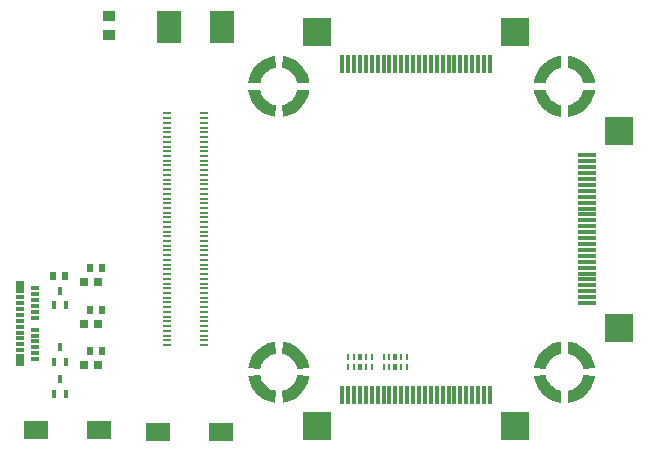
<source format=gtp>
G04*
G04 #@! TF.GenerationSoftware,Altium Limited,Altium Designer,20.0.13 (296)*
G04*
G04 Layer_Color=8421504*
%FSLAX44Y44*%
%MOMM*%
G71*
G01*
G75*
%ADD19R,0.5500X0.6500*%
%ADD20R,0.3000X0.7100*%
%ADD21R,0.7000X0.3000*%
%ADD22R,0.7000X1.0000*%
%ADD23R,2.4000X2.4000*%
%ADD24R,0.3000X1.6000*%
%ADD25R,2.4000X2.4000*%
%ADD26R,2.4000X2.4000*%
%ADD27R,1.6000X0.3000*%
%ADD28R,2.4000X2.4000*%
%ADD29R,0.7000X0.1800*%
G04:AMPARAMS|DCode=30|XSize=0.2mm|YSize=0.565mm|CornerRadius=0.05mm|HoleSize=0mm|Usage=FLASHONLY|Rotation=0.000|XOffset=0mm|YOffset=0mm|HoleType=Round|Shape=RoundedRectangle|*
%AMROUNDEDRECTD30*
21,1,0.2000,0.4650,0,0,0.0*
21,1,0.1000,0.5650,0,0,0.0*
1,1,0.1000,0.0500,-0.2325*
1,1,0.1000,-0.0500,-0.2325*
1,1,0.1000,-0.0500,0.2325*
1,1,0.1000,0.0500,0.2325*
%
%ADD30ROUNDEDRECTD30*%
G04:AMPARAMS|DCode=31|XSize=0.4mm|YSize=0.565mm|CornerRadius=0.05mm|HoleSize=0mm|Usage=FLASHONLY|Rotation=0.000|XOffset=0mm|YOffset=0mm|HoleType=Round|Shape=RoundedRectangle|*
%AMROUNDEDRECTD31*
21,1,0.4000,0.4650,0,0,0.0*
21,1,0.3000,0.5650,0,0,0.0*
1,1,0.1000,0.1500,-0.2325*
1,1,0.1000,-0.1500,-0.2325*
1,1,0.1000,-0.1500,0.2325*
1,1,0.1000,0.1500,0.2325*
%
%ADD31ROUNDEDRECTD31*%
%ADD32R,0.8000X0.8000*%
%ADD33R,2.1590X2.7430*%
%ADD34R,1.0000X0.9000*%
%ADD35R,2.0000X1.5000*%
G36*
X275831Y53194D02*
X276222Y63243D01*
X275028Y63501D01*
X272716Y64286D01*
X270551Y65413D01*
X268582Y66856D01*
X266856Y68582D01*
X265413Y70551D01*
X264286Y72716D01*
X263501Y75028D01*
X263243Y76222D01*
X263243D01*
X253194Y75831D01*
X253457Y73687D01*
X254684Y69544D01*
X256578Y65661D01*
X259088Y62143D01*
X262143Y59088D01*
X265661Y56578D01*
X269544Y54684D01*
X273687Y53457D01*
X275831Y53194D01*
X275831Y53194D01*
D02*
G37*
G36*
X253194Y82169D02*
X263243Y81778D01*
X263501Y82972D01*
X264286Y85284D01*
X265413Y87449D01*
X266856Y89418D01*
X268582Y91144D01*
X270551Y92587D01*
X272716Y93714D01*
X275028Y94499D01*
X276222Y94757D01*
D01*
X275831Y104806D01*
X273687Y104543D01*
X269544Y103316D01*
X265661Y101422D01*
X262143Y98912D01*
X259088Y95857D01*
X256578Y92339D01*
X254684Y88456D01*
X253457Y84313D01*
X253194Y82169D01*
X253194D01*
D02*
G37*
G36*
X304806Y75831D02*
X294757Y76222D01*
X294499Y75028D01*
X293714Y72716D01*
X292587Y70551D01*
X291144Y68582D01*
X289418Y66856D01*
X287449Y65413D01*
X285284Y64286D01*
X282972Y63501D01*
X281778Y63243D01*
X281778Y63243D01*
X282169Y53194D01*
X284313Y53457D01*
X288456Y54684D01*
X292339Y56578D01*
X295857Y59088D01*
X298912Y62143D01*
X301422Y65661D01*
X303316Y69544D01*
X304543Y73687D01*
X304806Y75831D01*
Y75831D01*
D02*
G37*
G36*
X282169Y104806D02*
X281778Y94757D01*
X282972Y94499D01*
X285284Y93714D01*
X287449Y92587D01*
X289418Y91144D01*
X291144Y89418D01*
X292587Y87449D01*
X293714Y85284D01*
X294499Y82972D01*
X294757Y81778D01*
Y81778D01*
X304806Y82169D01*
X304543Y84313D01*
X303316Y88456D01*
X301422Y92339D01*
X298912Y95857D01*
X295857Y98912D01*
X292339Y101422D01*
X288456Y103316D01*
X284313Y104543D01*
X282169Y104806D01*
D01*
D02*
G37*
G36*
X275831Y295194D02*
X276222Y305243D01*
X275028Y305501D01*
X272716Y306286D01*
X270551Y307413D01*
X268582Y308856D01*
X266856Y310582D01*
X265413Y312551D01*
X264286Y314716D01*
X263501Y317028D01*
X263243Y318222D01*
X263243D01*
X253194Y317831D01*
X253457Y315687D01*
X254684Y311544D01*
X256578Y307661D01*
X259088Y304143D01*
X262143Y301088D01*
X265661Y298578D01*
X269544Y296684D01*
X273687Y295457D01*
X275831Y295194D01*
X275831Y295194D01*
D02*
G37*
G36*
X253194Y324169D02*
X263243Y323778D01*
X263501Y324972D01*
X264286Y327284D01*
X265413Y329449D01*
X266856Y331418D01*
X268582Y333144D01*
X270551Y334587D01*
X272716Y335714D01*
X275028Y336499D01*
X276222Y336757D01*
D01*
X275831Y346806D01*
X273687Y346543D01*
X269544Y345316D01*
X265661Y343422D01*
X262143Y340913D01*
X259088Y337857D01*
X256578Y334339D01*
X254684Y330456D01*
X253457Y326313D01*
X253194Y324169D01*
X253194D01*
D02*
G37*
G36*
X304806Y317831D02*
X294757Y318222D01*
X294499Y317028D01*
X293714Y314716D01*
X292587Y312551D01*
X291144Y310582D01*
X289418Y308856D01*
X287449Y307413D01*
X285284Y306286D01*
X282972Y305501D01*
X281778Y305243D01*
X281778Y305243D01*
X282169Y295194D01*
X284313Y295457D01*
X288456Y296684D01*
X292339Y298578D01*
X295857Y301088D01*
X298912Y304143D01*
X301422Y307661D01*
X303316Y311544D01*
X304543Y315687D01*
X304806Y317831D01*
Y317831D01*
D02*
G37*
G36*
X282169Y346806D02*
X281778Y336757D01*
X282972Y336499D01*
X285284Y335714D01*
X287449Y334587D01*
X289418Y333144D01*
X291144Y331418D01*
X292587Y329449D01*
X293714Y327284D01*
X294499Y324972D01*
X294757Y323778D01*
Y323778D01*
X304806Y324169D01*
X304543Y326313D01*
X303316Y330456D01*
X301422Y334339D01*
X298912Y337857D01*
X295857Y340913D01*
X292339Y343422D01*
X288456Y345316D01*
X284313Y346543D01*
X282169Y346806D01*
D01*
D02*
G37*
G36*
X517831Y53194D02*
X518222Y63243D01*
X517028Y63501D01*
X514716Y64286D01*
X512551Y65413D01*
X510582Y66856D01*
X508856Y68582D01*
X507413Y70551D01*
X506286Y72716D01*
X505501Y75028D01*
X505243Y76222D01*
X505243D01*
X495194Y75831D01*
X495457Y73687D01*
X496684Y69544D01*
X498578Y65661D01*
X501088Y62143D01*
X504143Y59088D01*
X507661Y56578D01*
X511544Y54684D01*
X515687Y53457D01*
X517831Y53194D01*
X517831Y53194D01*
D02*
G37*
G36*
X495194Y82169D02*
X505243Y81778D01*
X505501Y82972D01*
X506286Y85284D01*
X507413Y87449D01*
X508856Y89418D01*
X510582Y91144D01*
X512551Y92587D01*
X514716Y93714D01*
X517028Y94499D01*
X518222Y94757D01*
D01*
X517831Y104806D01*
X515687Y104543D01*
X511544Y103316D01*
X507661Y101422D01*
X504143Y98912D01*
X501088Y95857D01*
X498578Y92339D01*
X496684Y88456D01*
X495457Y84313D01*
X495194Y82169D01*
X495194D01*
D02*
G37*
G36*
X546806Y75831D02*
X536757Y76222D01*
X536499Y75028D01*
X535714Y72716D01*
X534587Y70551D01*
X533144Y68582D01*
X531418Y66856D01*
X529449Y65413D01*
X527284Y64286D01*
X524972Y63501D01*
X523778Y63243D01*
X523778Y63243D01*
X524169Y53194D01*
X526313Y53457D01*
X530456Y54684D01*
X534339Y56578D01*
X537857Y59088D01*
X540913Y62143D01*
X543422Y65661D01*
X545316Y69544D01*
X546543Y73687D01*
X546806Y75831D01*
Y75831D01*
D02*
G37*
G36*
X524169Y104806D02*
X523778Y94757D01*
X524972Y94499D01*
X527284Y93714D01*
X529449Y92587D01*
X531418Y91144D01*
X533144Y89418D01*
X534587Y87449D01*
X535714Y85284D01*
X536499Y82972D01*
X536757Y81778D01*
Y81778D01*
X546806Y82169D01*
X546543Y84313D01*
X545316Y88456D01*
X543422Y92339D01*
X540913Y95857D01*
X537857Y98912D01*
X534339Y101422D01*
X530456Y103316D01*
X526313Y104543D01*
X524169Y104806D01*
D01*
D02*
G37*
G36*
X517831Y295194D02*
X518222Y305243D01*
X517028Y305501D01*
X514716Y306286D01*
X512551Y307413D01*
X510582Y308856D01*
X508856Y310582D01*
X507413Y312551D01*
X506286Y314716D01*
X505501Y317028D01*
X505243Y318222D01*
X505243D01*
X495194Y317831D01*
X495457Y315687D01*
X496684Y311544D01*
X498578Y307661D01*
X501088Y304143D01*
X504143Y301088D01*
X507661Y298578D01*
X511544Y296684D01*
X515687Y295457D01*
X517831Y295194D01*
X517831Y295194D01*
D02*
G37*
G36*
X495194Y324169D02*
X505243Y323778D01*
X505501Y324972D01*
X506286Y327284D01*
X507413Y329449D01*
X508856Y331418D01*
X510582Y333144D01*
X512551Y334587D01*
X514716Y335714D01*
X517028Y336499D01*
X518222Y336757D01*
D01*
X517831Y346806D01*
X515687Y346543D01*
X511544Y345316D01*
X507661Y343422D01*
X504143Y340913D01*
X501088Y337857D01*
X498578Y334339D01*
X496684Y330456D01*
X495457Y326313D01*
X495194Y324169D01*
X495194D01*
D02*
G37*
G36*
X546806Y317831D02*
X536757Y318222D01*
X536499Y317028D01*
X535714Y314716D01*
X534587Y312551D01*
X533144Y310582D01*
X531418Y308856D01*
X529449Y307413D01*
X527284Y306286D01*
X524972Y305501D01*
X523778Y305243D01*
X523778Y305243D01*
X524169Y295194D01*
X526313Y295457D01*
X530456Y296684D01*
X534339Y298578D01*
X537857Y301088D01*
X540913Y304143D01*
X543422Y307661D01*
X545316Y311544D01*
X546543Y315687D01*
X546806Y317831D01*
Y317831D01*
D02*
G37*
G36*
X524169Y346806D02*
X523778Y336757D01*
X524972Y336499D01*
X527284Y335714D01*
X529449Y334587D01*
X531418Y333144D01*
X533144Y331418D01*
X534587Y329449D01*
X535714Y327284D01*
X536499Y324972D01*
X536757Y323778D01*
Y323778D01*
X546806Y324169D01*
X546543Y326313D01*
X545316Y330456D01*
X543422Y334339D01*
X540913Y337857D01*
X537857Y340913D01*
X534339Y343422D01*
X530456Y345316D01*
X526313Y346543D01*
X524169Y346806D01*
D01*
D02*
G37*
D19*
X119000Y96578D02*
D03*
X129000D02*
D03*
X98000Y160000D02*
D03*
X88000D02*
D03*
X119000Y132000D02*
D03*
X129000D02*
D03*
X119000Y167000D02*
D03*
X129000D02*
D03*
D20*
X94000Y100100D02*
D03*
X99000Y87900D02*
D03*
X89000D02*
D03*
X94000Y148100D02*
D03*
X99000Y135900D02*
D03*
X89000D02*
D03*
X94000Y73100D02*
D03*
X99000Y60900D02*
D03*
X89000D02*
D03*
D21*
X59500Y97500D02*
D03*
Y102500D02*
D03*
X72500Y150000D02*
D03*
Y145000D02*
D03*
Y140000D02*
D03*
Y135000D02*
D03*
Y130000D02*
D03*
Y125000D02*
D03*
Y115000D02*
D03*
Y110000D02*
D03*
Y105000D02*
D03*
Y100000D02*
D03*
Y95000D02*
D03*
Y90000D02*
D03*
X59500Y107500D02*
D03*
Y112500D02*
D03*
Y117500D02*
D03*
Y122500D02*
D03*
Y127500D02*
D03*
Y132500D02*
D03*
Y137500D02*
D03*
Y142500D02*
D03*
D22*
Y89000D02*
D03*
Y151000D02*
D03*
D23*
X478700Y33270D02*
D03*
X311700Y366730D02*
D03*
D24*
X452700Y59770D02*
D03*
X457700D02*
D03*
X432700D02*
D03*
X437700D02*
D03*
X442700D02*
D03*
X447700D02*
D03*
X392700D02*
D03*
X332700D02*
D03*
X337700D02*
D03*
X342700D02*
D03*
X347700D02*
D03*
X352700D02*
D03*
X357700D02*
D03*
X362700D02*
D03*
X367700D02*
D03*
X372700D02*
D03*
X377700D02*
D03*
X382700D02*
D03*
X387700D02*
D03*
X397700D02*
D03*
X402700D02*
D03*
X407700D02*
D03*
X412700D02*
D03*
X417700D02*
D03*
X422700D02*
D03*
X427700D02*
D03*
X337700Y340230D02*
D03*
X332700D02*
D03*
X357700D02*
D03*
X352700D02*
D03*
X347700D02*
D03*
X342700D02*
D03*
X397700D02*
D03*
X457700D02*
D03*
X452700D02*
D03*
X447700D02*
D03*
X442700D02*
D03*
X437700D02*
D03*
X432700D02*
D03*
X427700D02*
D03*
X422700D02*
D03*
X417700D02*
D03*
X412700D02*
D03*
X407700D02*
D03*
X402700D02*
D03*
X392700D02*
D03*
X387700D02*
D03*
X382700D02*
D03*
X377700D02*
D03*
X372700D02*
D03*
X367700D02*
D03*
X362700D02*
D03*
D25*
X311700Y33270D02*
D03*
X478700Y366730D02*
D03*
D26*
X566700Y283500D02*
D03*
D27*
X540200Y257500D02*
D03*
Y262500D02*
D03*
Y237500D02*
D03*
Y242500D02*
D03*
Y247500D02*
D03*
Y252500D02*
D03*
Y197500D02*
D03*
Y137500D02*
D03*
Y142500D02*
D03*
Y147500D02*
D03*
Y152500D02*
D03*
Y157500D02*
D03*
Y162500D02*
D03*
Y167500D02*
D03*
Y172500D02*
D03*
Y177500D02*
D03*
Y182500D02*
D03*
Y187500D02*
D03*
Y192500D02*
D03*
Y202500D02*
D03*
Y207500D02*
D03*
Y212500D02*
D03*
Y217500D02*
D03*
Y222500D02*
D03*
Y227500D02*
D03*
Y232500D02*
D03*
D28*
X566700Y116500D02*
D03*
D29*
X215400Y298000D02*
D03*
Y294000D02*
D03*
Y290000D02*
D03*
Y286000D02*
D03*
Y282000D02*
D03*
Y278000D02*
D03*
Y274000D02*
D03*
Y270000D02*
D03*
Y266000D02*
D03*
Y262000D02*
D03*
Y258000D02*
D03*
Y254000D02*
D03*
Y250000D02*
D03*
Y246000D02*
D03*
Y242000D02*
D03*
Y238000D02*
D03*
Y234000D02*
D03*
Y230000D02*
D03*
Y226000D02*
D03*
Y222000D02*
D03*
Y218000D02*
D03*
Y214000D02*
D03*
Y210000D02*
D03*
Y206000D02*
D03*
Y202000D02*
D03*
Y198000D02*
D03*
Y194000D02*
D03*
Y190000D02*
D03*
Y186000D02*
D03*
Y182000D02*
D03*
Y178000D02*
D03*
Y174000D02*
D03*
Y170000D02*
D03*
Y166000D02*
D03*
Y162000D02*
D03*
Y158000D02*
D03*
Y154000D02*
D03*
Y150000D02*
D03*
Y146000D02*
D03*
Y142000D02*
D03*
Y138000D02*
D03*
Y134000D02*
D03*
Y130000D02*
D03*
Y126000D02*
D03*
Y122000D02*
D03*
Y118000D02*
D03*
Y114000D02*
D03*
Y110000D02*
D03*
Y106000D02*
D03*
Y102000D02*
D03*
X184600Y298000D02*
D03*
Y294000D02*
D03*
Y290000D02*
D03*
Y286000D02*
D03*
Y282000D02*
D03*
Y278000D02*
D03*
Y274000D02*
D03*
Y270000D02*
D03*
Y266000D02*
D03*
Y262000D02*
D03*
Y258000D02*
D03*
Y254000D02*
D03*
Y250000D02*
D03*
Y246000D02*
D03*
Y242000D02*
D03*
Y238000D02*
D03*
Y234000D02*
D03*
Y230000D02*
D03*
Y226000D02*
D03*
Y222000D02*
D03*
Y218000D02*
D03*
Y214000D02*
D03*
Y210000D02*
D03*
Y206000D02*
D03*
Y202000D02*
D03*
Y198000D02*
D03*
Y194000D02*
D03*
Y190000D02*
D03*
Y186000D02*
D03*
Y182000D02*
D03*
Y178000D02*
D03*
Y174000D02*
D03*
Y170000D02*
D03*
Y166000D02*
D03*
Y162000D02*
D03*
Y158000D02*
D03*
Y154000D02*
D03*
Y150000D02*
D03*
Y146000D02*
D03*
Y142000D02*
D03*
Y138000D02*
D03*
Y134000D02*
D03*
Y130000D02*
D03*
Y126000D02*
D03*
Y122000D02*
D03*
Y118000D02*
D03*
Y114000D02*
D03*
Y110000D02*
D03*
Y106000D02*
D03*
Y102000D02*
D03*
D30*
X367700Y91525D02*
D03*
X372700D02*
D03*
X382700D02*
D03*
X387700D02*
D03*
Y83175D02*
D03*
X382700D02*
D03*
X372700D02*
D03*
X367700D02*
D03*
X337700Y91525D02*
D03*
X342700D02*
D03*
X352700D02*
D03*
X357700D02*
D03*
Y83175D02*
D03*
X352700D02*
D03*
X342700D02*
D03*
X337700D02*
D03*
D31*
X377700Y91525D02*
D03*
Y83175D02*
D03*
X347700Y91525D02*
D03*
Y83175D02*
D03*
D32*
X113750Y85000D02*
D03*
X126250D02*
D03*
X113750Y120000D02*
D03*
X126250D02*
D03*
X113750Y155000D02*
D03*
X126250D02*
D03*
D33*
X230533Y371217D02*
D03*
X186333D02*
D03*
D34*
X135000Y380500D02*
D03*
Y364500D02*
D03*
D35*
X230300Y28000D02*
D03*
X176300D02*
D03*
X73000Y30000D02*
D03*
X127000D02*
D03*
M02*

</source>
